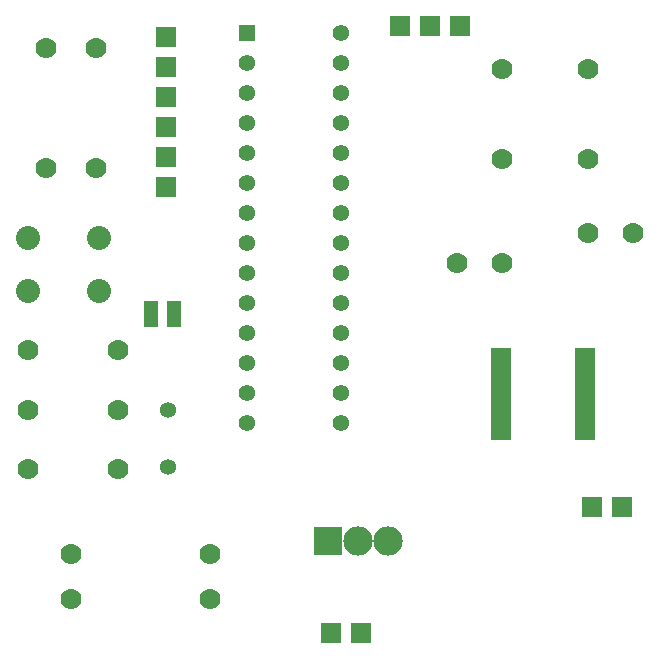
<source format=gbr>
G04 EasyPC Gerber Version 21.0.3 Build 4286 *
G04 #@! TF.Part,Single*
G04 #@! TF.FileFunction,Soldermask,Top *
G04 #@! TF.FilePolarity,Negative *
%FSLAX35Y35*%
%MOIN*%
G04 #@! TA.AperFunction,ComponentPad*
%ADD87R,0.05000X0.09000*%
%ADD85R,0.05461X0.05461*%
%ADD83R,0.07000X0.07000*%
%ADD104R,0.09799X0.09799*%
%ADD88C,0.05331*%
%ADD86C,0.05461*%
%ADD84C,0.07000*%
%ADD89C,0.08000*%
%ADD105C,0.09799*%
G04 #@! TA.AperFunction,SMDPad*
%ADD90R,0.07004X0.02772*%
X0Y0D02*
D02*
D83*
X63250Y162650D03*
Y172650D03*
Y182650D03*
Y192650D03*
Y202650D03*
Y212650D03*
X118050Y14050D03*
X128050D03*
X141050Y216250D03*
X151050D03*
X161050D03*
X205124Y56100D03*
X215124D03*
D02*
D84*
X17050Y68650D03*
Y88450D03*
Y108250D03*
X23050Y168850D03*
Y208850D03*
X31474Y25200D03*
Y40200D03*
X39850Y168850D03*
Y208850D03*
X47050Y68650D03*
Y88450D03*
Y108250D03*
X77650Y25450D03*
Y40450D03*
X160124Y137350D03*
X175124D03*
Y171850D03*
Y201850D03*
X203874Y147350D03*
Y171850D03*
Y201850D03*
X218874Y147350D03*
D02*
D85*
X90224Y214050D03*
D02*
D86*
Y84050D03*
Y94050D03*
Y104050D03*
Y114050D03*
Y124050D03*
Y134050D03*
Y144050D03*
Y154050D03*
Y164050D03*
Y174050D03*
Y184050D03*
Y194050D03*
Y204050D03*
X121476Y84050D03*
Y94050D03*
Y104050D03*
Y114050D03*
Y124050D03*
Y134050D03*
Y144050D03*
Y154050D03*
Y164050D03*
Y174050D03*
Y184050D03*
Y194050D03*
Y204050D03*
Y214050D03*
D02*
D87*
X58150Y120250D03*
X65650D03*
D02*
D88*
X63874Y69244D03*
Y88456D03*
D02*
D89*
X17050Y128050D03*
Y145767D03*
X40672Y128050D03*
Y145767D03*
D02*
D90*
X174850Y79525D03*
Y82084D03*
Y84643D03*
Y87202D03*
Y89761D03*
Y92320D03*
Y94880D03*
Y97439D03*
Y99998D03*
Y102557D03*
Y105116D03*
Y107675D03*
X202897Y79525D03*
Y82084D03*
Y84643D03*
Y87202D03*
Y89761D03*
Y92320D03*
Y94880D03*
Y97439D03*
Y99998D03*
Y102557D03*
Y105116D03*
Y107675D03*
D02*
D104*
X117250Y44650D03*
D02*
D105*
X127250D03*
X137250D03*
X0Y0D02*
M02*

</source>
